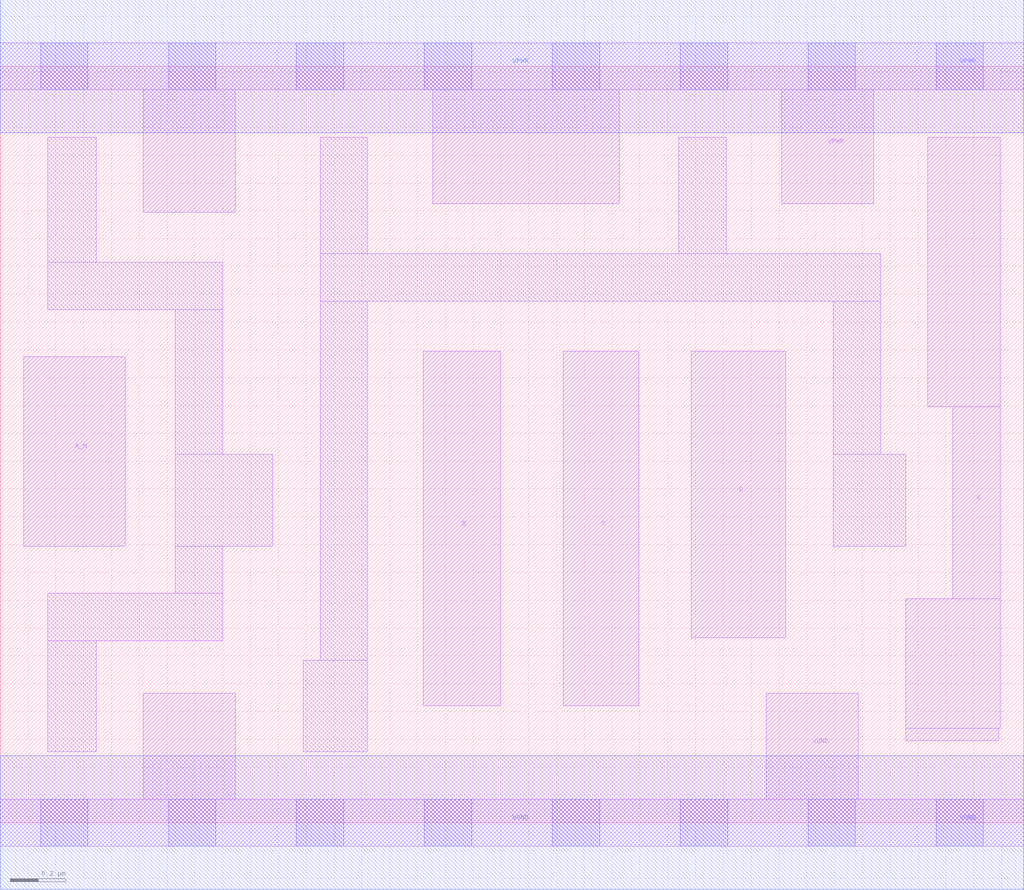
<source format=lef>
# Copyright 2020 The SkyWater PDK Authors
#
# Licensed under the Apache License, Version 2.0 (the "License");
# you may not use this file except in compliance with the License.
# You may obtain a copy of the License at
#
#     https://www.apache.org/licenses/LICENSE-2.0
#
# Unless required by applicable law or agreed to in writing, software
# distributed under the License is distributed on an "AS IS" BASIS,
# WITHOUT WARRANTIES OR CONDITIONS OF ANY KIND, either express or implied.
# See the License for the specific language governing permissions and
# limitations under the License.
#
# SPDX-License-Identifier: Apache-2.0

VERSION 5.7 ;
  NAMESCASESENSITIVE ON ;
  NOWIREEXTENSIONATPIN ON ;
  DIVIDERCHAR "/" ;
  BUSBITCHARS "[]" ;
UNITS
  DATABASE MICRONS 200 ;
END UNITS
MACRO sky130_fd_sc_hd__and4b_1
  CLASS CORE ;
  SOURCE USER ;
  FOREIGN sky130_fd_sc_hd__and4b_1 ;
  ORIGIN  0.000000  0.000000 ;
  SIZE  3.680000 BY  2.720000 ;
  SYMMETRY X Y R90 ;
  SITE unithd ;
  PIN A_N
    ANTENNAGATEAREA  0.126000 ;
    DIRECTION INPUT ;
    USE SIGNAL ;
    PORT
      LAYER li1 ;
        RECT 0.085000 0.995000 0.450000 1.675000 ;
    END
  END A_N
  PIN B
    ANTENNAGATEAREA  0.126000 ;
    DIRECTION INPUT ;
    USE SIGNAL ;
    PORT
      LAYER li1 ;
        RECT 1.520000 0.420000 1.800000 1.695000 ;
    END
  END B
  PIN C
    ANTENNAGATEAREA  0.126000 ;
    DIRECTION INPUT ;
    USE SIGNAL ;
    PORT
      LAYER li1 ;
        RECT 2.025000 0.420000 2.295000 1.695000 ;
    END
  END C
  PIN D
    ANTENNAGATEAREA  0.126000 ;
    DIRECTION INPUT ;
    USE SIGNAL ;
    PORT
      LAYER li1 ;
        RECT 2.485000 0.665000 2.825000 1.695000 ;
    END
  END D
  PIN X
    ANTENNADIFFAREA  0.429000 ;
    DIRECTION OUTPUT ;
    USE SIGNAL ;
    PORT
      LAYER li1 ;
        RECT 3.255000 0.295000 3.590000 0.340000 ;
        RECT 3.255000 0.340000 3.595000 0.805000 ;
        RECT 3.335000 1.495000 3.595000 2.465000 ;
        RECT 3.425000 0.805000 3.595000 1.495000 ;
    END
  END X
  PIN VGND
    DIRECTION INOUT ;
    SHAPE ABUTMENT ;
    USE GROUND ;
    PORT
      LAYER li1 ;
        RECT 0.000000 -0.085000 3.680000 0.085000 ;
        RECT 0.515000  0.085000 0.845000 0.465000 ;
        RECT 2.755000  0.085000 3.085000 0.465000 ;
      LAYER mcon ;
        RECT 0.145000 -0.085000 0.315000 0.085000 ;
        RECT 0.605000 -0.085000 0.775000 0.085000 ;
        RECT 1.065000 -0.085000 1.235000 0.085000 ;
        RECT 1.525000 -0.085000 1.695000 0.085000 ;
        RECT 1.985000 -0.085000 2.155000 0.085000 ;
        RECT 2.445000 -0.085000 2.615000 0.085000 ;
        RECT 2.905000 -0.085000 3.075000 0.085000 ;
        RECT 3.365000 -0.085000 3.535000 0.085000 ;
      LAYER met1 ;
        RECT 0.000000 -0.240000 3.680000 0.240000 ;
    END
  END VGND
  PIN VPWR
    DIRECTION INOUT ;
    SHAPE ABUTMENT ;
    USE POWER ;
    PORT
      LAYER li1 ;
        RECT 0.000000 2.635000 3.680000 2.805000 ;
        RECT 0.515000 2.195000 0.845000 2.635000 ;
        RECT 1.555000 2.225000 2.225000 2.635000 ;
        RECT 2.810000 2.225000 3.140000 2.635000 ;
      LAYER mcon ;
        RECT 0.145000 2.635000 0.315000 2.805000 ;
        RECT 0.605000 2.635000 0.775000 2.805000 ;
        RECT 1.065000 2.635000 1.235000 2.805000 ;
        RECT 1.525000 2.635000 1.695000 2.805000 ;
        RECT 1.985000 2.635000 2.155000 2.805000 ;
        RECT 2.445000 2.635000 2.615000 2.805000 ;
        RECT 2.905000 2.635000 3.075000 2.805000 ;
        RECT 3.365000 2.635000 3.535000 2.805000 ;
      LAYER met1 ;
        RECT 0.000000 2.480000 3.680000 2.960000 ;
    END
  END VPWR
  OBS
    LAYER li1 ;
      RECT 0.170000 0.255000 0.345000 0.655000 ;
      RECT 0.170000 0.655000 0.800000 0.825000 ;
      RECT 0.170000 1.845000 0.800000 2.015000 ;
      RECT 0.170000 2.015000 0.345000 2.465000 ;
      RECT 0.630000 0.825000 0.800000 0.995000 ;
      RECT 0.630000 0.995000 0.980000 1.325000 ;
      RECT 0.630000 1.325000 0.800000 1.845000 ;
      RECT 1.090000 0.255000 1.320000 0.585000 ;
      RECT 1.150000 0.585000 1.320000 1.875000 ;
      RECT 1.150000 1.875000 3.165000 2.045000 ;
      RECT 1.150000 2.045000 1.320000 2.465000 ;
      RECT 2.440000 2.045000 2.610000 2.465000 ;
      RECT 2.995000 0.995000 3.255000 1.325000 ;
      RECT 2.995000 1.325000 3.165000 1.875000 ;
  END
END sky130_fd_sc_hd__and4b_1
END LIBRARY

</source>
